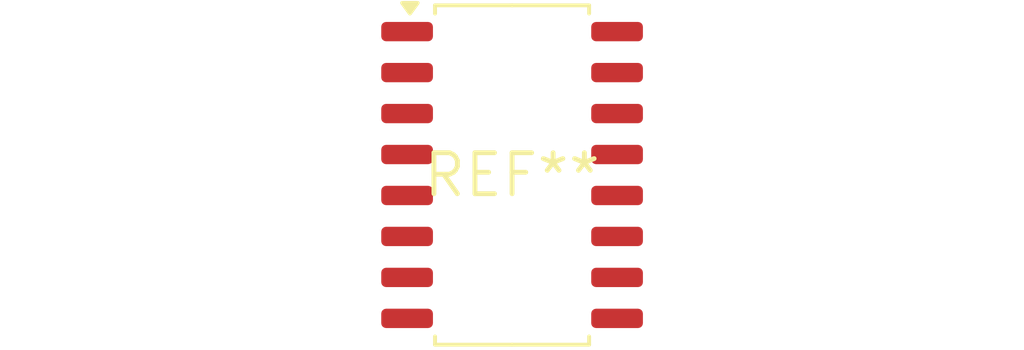
<source format=kicad_pcb>
(kicad_pcb (version 20240108) (generator pcbnew)
  (layers (0 "F.Cu" signal) (31 "B.Cu" signal) (34 "B.Paste" user) (35 "F.Paste" user) (36 "B.SilkS" user "B.Silkscreen") (37 "F.SilkS" user "F.Silkscreen") (38 "B.Mask" user) (39 "F.Mask" user) (44 "Edge.Cuts" user))
  (net 0 "")
  (footprint "SOP-16_4.55x10.3mm_P1.27mm" (layer "F.Cu") (at 0 0)
    (property "Reference" "REF**")
    (property "Value" "SOP-16_4.55x10.3mm_P1.27mm")
    (fp_line (start -2.385 -5.26) (end -2.385 -5.005) (layer "F.SilkS") (stroke (width 0.12)))
    (fp_line (start -2.385 5.26) (end -2.385 5.005) (layer "F.SilkS") (stroke (width 0.12)))
    (fp_line (start 0 -5.26) (end -2.385 -5.26) (layer "F.SilkS") (stroke (width 0.12)))
    (fp_line (start 0 -5.26) (end 2.385 -5.26) (layer "F.SilkS") (stroke (width 0.12)))
    (fp_line (start 0 5.26) (end -2.385 5.26) (layer "F.SilkS") (stroke (width 0.12)))
    (fp_line (start 0 5.26) (end 2.385 5.26) (layer "F.SilkS") (stroke (width 0.12)))
    (fp_line (start 2.385 -5.26) (end 2.385 -5.005) (layer "F.SilkS") (stroke (width 0.12)))
    (fp_line (start 2.385 5.26) (end 2.385 5.005) (layer "F.SilkS") (stroke (width 0.12)))
    (fp_poly (pts (xy -3.1625 -5.005) (xy -3.4025 -5.335) (xy -2.9225 -5.335) (xy -3.1625 -5.005)) (layer "F.SilkS") (stroke (width 0.12)) (fill solid))
    (pad "1" smd roundrect (at -3.25 -4.445) (size 1.6 0.6) (layers "F.Cu" "F.Paste" "F.Mask"))
    (pad "2" smd roundrect (at -3.25 -3.175) (size 1.6 0.6) (layers "F.Cu" "F.Paste" "F.Mask"))
    (pad "3" smd roundrect (at -3.25 -1.905) (size 1.6 0.6) (layers "F.Cu" "F.Paste" "F.Mask"))
    (pad "4" smd roundrect (at -3.25 -0.635) (size 1.6 0.6) (layers "F.Cu" "F.Paste" "F.Mask"))
    (pad "5" smd roundrect (at -3.25 0.635) (size 1.6 0.6) (layers "F.Cu" "F.Paste" "F.Mask"))
    (pad "6" smd roundrect (at -3.25 1.905) (size 1.6 0.6) (layers "F.Cu" "F.Paste" "F.Mask"))
    (pad "7" smd roundrect (at -3.25 3.175) (size 1.6 0.6) (layers "F.Cu" "F.Paste" "F.Mask"))
    (pad "8" smd roundrect (at -3.25 4.445) (size 1.6 0.6) (layers "F.Cu" "F.Paste" "F.Mask"))
    (pad "9" smd roundrect (at 3.25 4.445) (size 1.6 0.6) (layers "F.Cu" "F.Paste" "F.Mask"))
    (pad "10" smd roundrect (at 3.25 3.175) (size 1.6 0.6) (layers "F.Cu" "F.Paste" "F.Mask"))
    (pad "11" smd roundrect (at 3.25 1.905) (size 1.6 0.6) (layers "F.Cu" "F.Paste" "F.Mask"))
    (pad "12" smd roundrect (at 3.25 0.635) (size 1.6 0.6) (layers "F.Cu" "F.Paste" "F.Mask"))
    (pad "13" smd roundrect (at 3.25 -0.635) (size 1.6 0.6) (layers "F.Cu" "F.Paste" "F.Mask"))
    (pad "14" smd roundrect (at 3.25 -1.905) (size 1.6 0.6) (layers "F.Cu" "F.Paste" "F.Mask"))
    (pad "15" smd roundrect (at 3.25 -3.175) (size 1.6 0.6) (layers "F.Cu" "F.Paste" "F.Mask"))
    (pad "16" smd roundrect (at 3.25 -4.445) (size 1.6 0.6) (layers "F.Cu" "F.Paste" "F.Mask"))
  )
)
</source>
